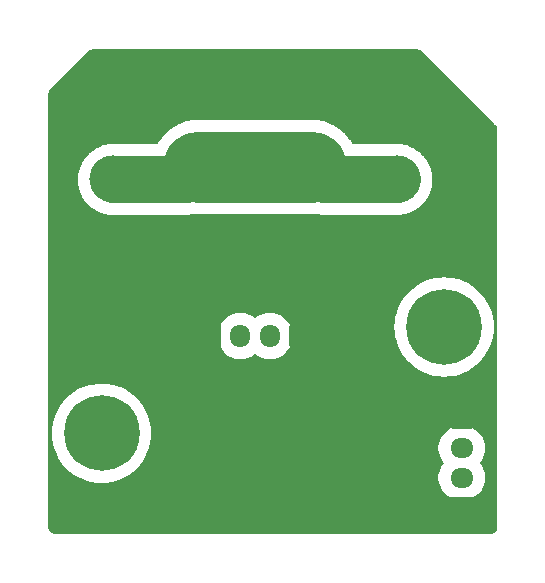
<source format=gbr>
%TF.GenerationSoftware,KiCad,Pcbnew,8.0.3*%
%TF.CreationDate,2024-06-18T01:58:16+08:00*%
%TF.ProjectId,power,706f7765-722e-46b6-9963-61645f706362,1.1.0*%
%TF.SameCoordinates,Original*%
%TF.FileFunction,Copper,L1,Top*%
%TF.FilePolarity,Positive*%
%FSLAX46Y46*%
G04 Gerber Fmt 4.6, Leading zero omitted, Abs format (unit mm)*
G04 Created by KiCad (PCBNEW 8.0.3) date 2024-06-18 01:58:16*
%MOMM*%
%LPD*%
G01*
G04 APERTURE LIST*
G04 Aperture macros list*
%AMRoundRect*
0 Rectangle with rounded corners*
0 $1 Rounding radius*
0 $2 $3 $4 $5 $6 $7 $8 $9 X,Y pos of 4 corners*
0 Add a 4 corners polygon primitive as box body*
4,1,4,$2,$3,$4,$5,$6,$7,$8,$9,$2,$3,0*
0 Add four circle primitives for the rounded corners*
1,1,$1+$1,$2,$3*
1,1,$1+$1,$4,$5*
1,1,$1+$1,$6,$7*
1,1,$1+$1,$8,$9*
0 Add four rect primitives between the rounded corners*
20,1,$1+$1,$2,$3,$4,$5,0*
20,1,$1+$1,$4,$5,$6,$7,0*
20,1,$1+$1,$6,$7,$8,$9,0*
20,1,$1+$1,$8,$9,$2,$3,0*%
G04 Aperture macros list end*
%TA.AperFunction,ComponentPad*%
%ADD10C,0.800000*%
%TD*%
%TA.AperFunction,ComponentPad*%
%ADD11C,6.400000*%
%TD*%
%TA.AperFunction,ComponentPad*%
%ADD12RoundRect,1.500000X1.500000X-1.500000X1.500000X1.500000X-1.500000X1.500000X-1.500000X-1.500000X0*%
%TD*%
%TA.AperFunction,ComponentPad*%
%ADD13C,6.000000*%
%TD*%
%TA.AperFunction,ComponentPad*%
%ADD14RoundRect,0.250000X-0.725000X0.600000X-0.725000X-0.600000X0.725000X-0.600000X0.725000X0.600000X0*%
%TD*%
%TA.AperFunction,ComponentPad*%
%ADD15O,1.950000X1.700000*%
%TD*%
%TA.AperFunction,ComponentPad*%
%ADD16RoundRect,0.250000X1.650000X-1.650000X1.650000X1.650000X-1.650000X1.650000X-1.650000X-1.650000X0*%
%TD*%
%TA.AperFunction,ComponentPad*%
%ADD17C,4.000000*%
%TD*%
%TA.AperFunction,ComponentPad*%
%ADD18RoundRect,0.250000X0.600000X0.725000X-0.600000X0.725000X-0.600000X-0.725000X0.600000X-0.725000X0*%
%TD*%
%TA.AperFunction,ComponentPad*%
%ADD19O,1.700000X1.950000*%
%TD*%
%TA.AperFunction,Conductor*%
%ADD20C,4.000000*%
%TD*%
%TA.AperFunction,Conductor*%
%ADD21C,6.000000*%
%TD*%
G04 APERTURE END LIST*
D10*
%TO.P,H3,1*%
%TO.N,N/C*%
X81600000Y-167000000D03*
X82302944Y-165302944D03*
X82302944Y-168697056D03*
X84000000Y-164600000D03*
D11*
X84000000Y-167000000D03*
D10*
X84000000Y-169400000D03*
X85697056Y-165302944D03*
X85697056Y-168697056D03*
X86400000Y-167000000D03*
%TD*%
D12*
%TO.P,J2,1,Pin_1*%
%TO.N,GND*%
X101745495Y-151633839D03*
D13*
%TO.P,J2,2,Pin_2*%
%TO.N,+12V*%
X101745495Y-144433839D03*
%TD*%
D10*
%TO.P,H4,1*%
%TO.N,N/C*%
X110600000Y-158000000D03*
X111302944Y-156302944D03*
X111302944Y-159697056D03*
X113000000Y-155600000D03*
D11*
X113000000Y-158000000D03*
D10*
X113000000Y-160400000D03*
X114697056Y-156302944D03*
X114697056Y-159697056D03*
X115400000Y-158000000D03*
%TD*%
D12*
%TO.P,J1,1,Pin_1*%
%TO.N,GND*%
X92245495Y-151633839D03*
D13*
%TO.P,J1,2,Pin_2*%
%TO.N,+12V*%
X92245495Y-144433839D03*
%TD*%
D14*
%TO.P,J5,1,Pin_1*%
%TO.N,GND*%
X114500000Y-165750000D03*
D15*
%TO.P,J5,2,Pin_2*%
%TO.N,+12V*%
X114500000Y-168250000D03*
%TO.P,J5,3,Pin_3*%
X114500000Y-170750000D03*
D14*
%TO.P,J5,4,Pin_4*%
%TO.N,GND*%
X114500000Y-173250000D03*
%TD*%
D16*
%TO.P,J3,1,Pin_1*%
%TO.N,GND*%
X85000000Y-150508839D03*
D17*
%TO.P,J3,2,Pin_2*%
%TO.N,+12V*%
X85000000Y-145508839D03*
%TD*%
D18*
%TO.P,J6,1,Pin_1*%
%TO.N,GND*%
X100750000Y-158750000D03*
D19*
%TO.P,J6,2,Pin_2*%
%TO.N,+12V*%
X98250000Y-158750000D03*
%TO.P,J6,3,Pin_3*%
X95750000Y-158750000D03*
D18*
%TO.P,J6,4,Pin_4*%
%TO.N,GND*%
X93250000Y-158750000D03*
%TD*%
D16*
%TO.P,J4,1,Pin_1*%
%TO.N,GND*%
X109000000Y-150508839D03*
D17*
%TO.P,J4,2,Pin_2*%
%TO.N,+12V*%
X109000000Y-145508839D03*
%TD*%
D20*
%TO.N,+12V*%
X91170495Y-145508839D02*
X92245495Y-144433839D01*
X109000000Y-145508839D02*
X102820495Y-145508839D01*
X85000000Y-145508839D02*
X91170495Y-145508839D01*
X102820495Y-145508839D02*
X101745495Y-144433839D01*
D21*
X92245495Y-144433839D02*
X101745495Y-144433839D01*
%TD*%
%TA.AperFunction,Conductor*%
%TO.N,GND*%
G36*
X110792860Y-134501097D02*
G01*
X110806623Y-134502452D01*
X110872097Y-134508901D01*
X110895927Y-134513640D01*
X110966268Y-134534978D01*
X110988716Y-134544277D01*
X111053535Y-134578923D01*
X111073745Y-134592427D01*
X111135270Y-134642918D01*
X111144287Y-134651091D01*
X117348888Y-140855692D01*
X117357052Y-140864698D01*
X117407574Y-140926259D01*
X117421070Y-140946458D01*
X117424801Y-140953437D01*
X117455718Y-141011281D01*
X117465018Y-141033736D01*
X117486353Y-141104066D01*
X117491096Y-141127907D01*
X117498903Y-141207165D01*
X117499500Y-141219320D01*
X117499500Y-174993038D01*
X117498720Y-175006923D01*
X117488540Y-175097264D01*
X117482362Y-175124333D01*
X117454648Y-175203537D01*
X117442600Y-175228555D01*
X117397957Y-175299604D01*
X117380644Y-175321313D01*
X117321313Y-175380644D01*
X117299604Y-175397957D01*
X117228555Y-175442600D01*
X117203537Y-175454648D01*
X117124333Y-175482362D01*
X117097264Y-175488540D01*
X117017075Y-175497576D01*
X117006921Y-175498720D01*
X116993038Y-175499500D01*
X80006962Y-175499500D01*
X79993078Y-175498720D01*
X79980553Y-175497308D01*
X79902735Y-175488540D01*
X79875666Y-175482362D01*
X79796462Y-175454648D01*
X79771444Y-175442600D01*
X79700395Y-175397957D01*
X79678686Y-175380644D01*
X79619355Y-175321313D01*
X79602042Y-175299604D01*
X79557399Y-175228555D01*
X79545351Y-175203537D01*
X79517637Y-175124333D01*
X79511459Y-175097263D01*
X79501280Y-175006922D01*
X79500500Y-174993038D01*
X79500500Y-167000000D01*
X79794434Y-167000000D01*
X79814685Y-167412218D01*
X79814685Y-167412223D01*
X79814686Y-167412227D01*
X79875244Y-167820471D01*
X79892212Y-167888211D01*
X79952454Y-168128711D01*
X79975527Y-168220821D01*
X80114555Y-168609379D01*
X80114562Y-168609395D01*
X80114564Y-168609400D01*
X80291022Y-168982490D01*
X80343601Y-169070212D01*
X80469518Y-169280293D01*
X80503200Y-169336487D01*
X80680454Y-169575487D01*
X80749058Y-169667988D01*
X81026215Y-169973784D01*
X81224943Y-170153900D01*
X81332017Y-170250946D01*
X81663513Y-170496800D01*
X82017510Y-170708978D01*
X82390600Y-170885436D01*
X82390609Y-170885439D01*
X82390620Y-170885444D01*
X82751738Y-171014654D01*
X82779189Y-171024476D01*
X83179535Y-171124757D01*
X83587782Y-171185315D01*
X84000000Y-171205566D01*
X84412218Y-171185315D01*
X84820465Y-171124757D01*
X85220811Y-171024476D01*
X85401380Y-170959866D01*
X85609379Y-170885444D01*
X85609385Y-170885441D01*
X85609400Y-170885436D01*
X85982490Y-170708978D01*
X86336487Y-170496800D01*
X86667983Y-170250946D01*
X86973784Y-169973784D01*
X87250946Y-169667983D01*
X87496800Y-169336487D01*
X87708978Y-168982490D01*
X87885436Y-168609400D01*
X88024476Y-168220811D01*
X88047546Y-168128711D01*
X112524500Y-168128711D01*
X112524500Y-168371288D01*
X112556161Y-168611785D01*
X112618947Y-168846104D01*
X112711773Y-169070205D01*
X112711776Y-169070212D01*
X112833064Y-169280289D01*
X112833066Y-169280292D01*
X112833067Y-169280293D01*
X112943731Y-169424514D01*
X112968925Y-169489683D01*
X112954887Y-169558128D01*
X112943731Y-169575486D01*
X112833067Y-169719706D01*
X112711777Y-169929785D01*
X112711773Y-169929794D01*
X112618947Y-170153895D01*
X112556161Y-170388214D01*
X112524500Y-170628711D01*
X112524500Y-170871288D01*
X112556161Y-171111785D01*
X112618947Y-171346104D01*
X112711773Y-171570205D01*
X112711776Y-171570212D01*
X112833064Y-171780289D01*
X112833066Y-171780292D01*
X112833067Y-171780293D01*
X112980733Y-171972736D01*
X112980739Y-171972743D01*
X113152256Y-172144260D01*
X113152262Y-172144265D01*
X113344711Y-172291936D01*
X113554788Y-172413224D01*
X113778900Y-172506054D01*
X114013211Y-172568838D01*
X114193586Y-172592584D01*
X114253711Y-172600500D01*
X114253712Y-172600500D01*
X114746289Y-172600500D01*
X114794388Y-172594167D01*
X114986789Y-172568838D01*
X115221100Y-172506054D01*
X115445212Y-172413224D01*
X115655289Y-172291936D01*
X115847738Y-172144265D01*
X116019265Y-171972738D01*
X116166936Y-171780289D01*
X116288224Y-171570212D01*
X116381054Y-171346100D01*
X116443838Y-171111789D01*
X116475500Y-170871288D01*
X116475500Y-170628712D01*
X116443838Y-170388211D01*
X116381054Y-170153900D01*
X116288224Y-169929788D01*
X116166936Y-169719711D01*
X116056266Y-169575483D01*
X116031074Y-169510317D01*
X116045112Y-169441873D01*
X116056261Y-169424523D01*
X116166936Y-169280289D01*
X116288224Y-169070212D01*
X116381054Y-168846100D01*
X116443838Y-168611789D01*
X116475500Y-168371288D01*
X116475500Y-168128712D01*
X116443838Y-167888211D01*
X116381054Y-167653900D01*
X116288224Y-167429788D01*
X116166936Y-167219711D01*
X116019265Y-167027262D01*
X116019260Y-167027256D01*
X115847743Y-166855739D01*
X115847736Y-166855733D01*
X115655293Y-166708067D01*
X115655292Y-166708066D01*
X115655289Y-166708064D01*
X115483661Y-166608974D01*
X115445214Y-166586777D01*
X115445205Y-166586773D01*
X115221104Y-166493947D01*
X114986785Y-166431161D01*
X114746289Y-166399500D01*
X114746288Y-166399500D01*
X114253712Y-166399500D01*
X114253711Y-166399500D01*
X114013214Y-166431161D01*
X113778895Y-166493947D01*
X113554794Y-166586773D01*
X113554785Y-166586777D01*
X113344706Y-166708067D01*
X113152263Y-166855733D01*
X113152256Y-166855739D01*
X112980739Y-167027256D01*
X112980733Y-167027263D01*
X112833067Y-167219706D01*
X112711777Y-167429785D01*
X112711773Y-167429794D01*
X112618947Y-167653895D01*
X112556161Y-167888214D01*
X112524500Y-168128711D01*
X88047546Y-168128711D01*
X88124757Y-167820465D01*
X88185315Y-167412218D01*
X88205566Y-167000000D01*
X88185315Y-166587782D01*
X88124757Y-166179535D01*
X88024476Y-165779189D01*
X88014654Y-165751738D01*
X87885444Y-165390620D01*
X87885437Y-165390604D01*
X87885436Y-165390600D01*
X87708978Y-165017510D01*
X87496800Y-164663513D01*
X87250946Y-164332017D01*
X87250941Y-164332011D01*
X86973784Y-164026215D01*
X86667988Y-163749058D01*
X86336484Y-163503198D01*
X85982493Y-163291024D01*
X85982494Y-163291024D01*
X85982490Y-163291022D01*
X85609400Y-163114564D01*
X85609396Y-163114562D01*
X85609395Y-163114562D01*
X85609379Y-163114555D01*
X85220821Y-162975527D01*
X85220815Y-162975525D01*
X85220811Y-162975524D01*
X85022205Y-162925776D01*
X84820471Y-162875244D01*
X84820466Y-162875243D01*
X84820465Y-162875243D01*
X84719577Y-162860277D01*
X84412227Y-162814686D01*
X84412223Y-162814685D01*
X84412218Y-162814685D01*
X84000000Y-162794434D01*
X83587782Y-162814685D01*
X83587776Y-162814685D01*
X83587772Y-162814686D01*
X83179528Y-162875244D01*
X82877316Y-162950944D01*
X82779189Y-162975524D01*
X82779186Y-162975524D01*
X82779178Y-162975527D01*
X82390620Y-163114555D01*
X82390604Y-163114562D01*
X82017506Y-163291024D01*
X81663515Y-163503198D01*
X81332011Y-163749058D01*
X81026215Y-164026215D01*
X80749058Y-164332011D01*
X80503198Y-164663515D01*
X80291024Y-165017506D01*
X80114562Y-165390604D01*
X80114555Y-165390620D01*
X79975527Y-165779178D01*
X79875244Y-166179528D01*
X79814835Y-166586773D01*
X79814685Y-166587782D01*
X79794434Y-167000000D01*
X79500500Y-167000000D01*
X79500500Y-158503711D01*
X93899500Y-158503711D01*
X93899500Y-158996288D01*
X93931161Y-159236785D01*
X93993947Y-159471104D01*
X94086773Y-159695205D01*
X94086776Y-159695212D01*
X94208064Y-159905289D01*
X94208066Y-159905292D01*
X94208067Y-159905293D01*
X94355733Y-160097736D01*
X94355739Y-160097743D01*
X94527256Y-160269260D01*
X94527263Y-160269266D01*
X94575485Y-160306268D01*
X94719711Y-160416936D01*
X94929788Y-160538224D01*
X95153900Y-160631054D01*
X95388211Y-160693838D01*
X95568586Y-160717584D01*
X95628711Y-160725500D01*
X95628712Y-160725500D01*
X95871289Y-160725500D01*
X95919388Y-160719167D01*
X96111789Y-160693838D01*
X96346100Y-160631054D01*
X96570212Y-160538224D01*
X96780289Y-160416936D01*
X96924516Y-160306266D01*
X96989683Y-160281074D01*
X97058127Y-160295112D01*
X97075476Y-160306261D01*
X97219711Y-160416936D01*
X97429788Y-160538224D01*
X97653900Y-160631054D01*
X97888211Y-160693838D01*
X98068586Y-160717584D01*
X98128711Y-160725500D01*
X98128712Y-160725500D01*
X98371289Y-160725500D01*
X98419388Y-160719167D01*
X98611789Y-160693838D01*
X98846100Y-160631054D01*
X99070212Y-160538224D01*
X99280289Y-160416936D01*
X99472738Y-160269265D01*
X99644265Y-160097738D01*
X99791936Y-159905289D01*
X99913224Y-159695212D01*
X100006054Y-159471100D01*
X100068838Y-159236789D01*
X100100500Y-158996288D01*
X100100500Y-158503712D01*
X100068838Y-158263211D01*
X100006054Y-158028900D01*
X99994083Y-158000000D01*
X108794434Y-158000000D01*
X108814685Y-158412218D01*
X108814685Y-158412223D01*
X108814686Y-158412227D01*
X108875244Y-158820471D01*
X108975527Y-159220821D01*
X109114555Y-159609379D01*
X109114562Y-159609395D01*
X109114564Y-159609400D01*
X109291022Y-159982490D01*
X109291024Y-159982493D01*
X109462908Y-160269265D01*
X109503200Y-160336487D01*
X109652818Y-160538224D01*
X109749058Y-160667988D01*
X110026215Y-160973784D01*
X110332011Y-161250941D01*
X110332017Y-161250946D01*
X110663513Y-161496800D01*
X111017510Y-161708978D01*
X111390600Y-161885436D01*
X111390609Y-161885439D01*
X111390620Y-161885444D01*
X111751738Y-162014654D01*
X111779189Y-162024476D01*
X112179535Y-162124757D01*
X112587782Y-162185315D01*
X113000000Y-162205566D01*
X113412218Y-162185315D01*
X113820465Y-162124757D01*
X114220811Y-162024476D01*
X114401380Y-161959866D01*
X114609379Y-161885444D01*
X114609385Y-161885441D01*
X114609400Y-161885436D01*
X114982490Y-161708978D01*
X115336487Y-161496800D01*
X115667983Y-161250946D01*
X115973784Y-160973784D01*
X116250946Y-160667983D01*
X116496800Y-160336487D01*
X116708978Y-159982490D01*
X116885436Y-159609400D01*
X117024476Y-159220811D01*
X117124757Y-158820465D01*
X117185315Y-158412218D01*
X117205566Y-158000000D01*
X117185315Y-157587782D01*
X117124757Y-157179535D01*
X117024476Y-156779189D01*
X117014654Y-156751738D01*
X116885444Y-156390620D01*
X116885437Y-156390604D01*
X116885436Y-156390600D01*
X116708978Y-156017510D01*
X116496800Y-155663513D01*
X116250946Y-155332017D01*
X116250941Y-155332011D01*
X115973784Y-155026215D01*
X115667988Y-154749058D01*
X115336484Y-154503198D01*
X114982493Y-154291024D01*
X114982494Y-154291024D01*
X114982490Y-154291022D01*
X114609400Y-154114564D01*
X114609396Y-154114562D01*
X114609395Y-154114562D01*
X114609379Y-154114555D01*
X114220821Y-153975527D01*
X114220815Y-153975525D01*
X114220811Y-153975524D01*
X114022205Y-153925776D01*
X113820471Y-153875244D01*
X113820466Y-153875243D01*
X113820465Y-153875243D01*
X113719577Y-153860277D01*
X113412227Y-153814686D01*
X113412223Y-153814685D01*
X113412218Y-153814685D01*
X113000000Y-153794434D01*
X112587782Y-153814685D01*
X112587776Y-153814685D01*
X112587772Y-153814686D01*
X112179528Y-153875244D01*
X111877316Y-153950944D01*
X111779189Y-153975524D01*
X111779186Y-153975524D01*
X111779178Y-153975527D01*
X111390620Y-154114555D01*
X111390604Y-154114562D01*
X111017506Y-154291024D01*
X110663515Y-154503198D01*
X110332011Y-154749058D01*
X110026215Y-155026215D01*
X109749058Y-155332011D01*
X109503198Y-155663515D01*
X109291024Y-156017506D01*
X109114562Y-156390604D01*
X109114555Y-156390620D01*
X108975527Y-156779178D01*
X108875244Y-157179528D01*
X108867648Y-157230739D01*
X108814685Y-157587782D01*
X108794434Y-158000000D01*
X99994083Y-158000000D01*
X99913224Y-157804788D01*
X99791936Y-157594711D01*
X99644265Y-157402262D01*
X99644260Y-157402256D01*
X99472743Y-157230739D01*
X99472736Y-157230733D01*
X99280293Y-157083067D01*
X99280292Y-157083066D01*
X99280289Y-157083064D01*
X99070212Y-156961776D01*
X99070205Y-156961773D01*
X98846104Y-156868947D01*
X98611785Y-156806161D01*
X98371289Y-156774500D01*
X98371288Y-156774500D01*
X98128712Y-156774500D01*
X98128711Y-156774500D01*
X97888214Y-156806161D01*
X97653895Y-156868947D01*
X97429794Y-156961773D01*
X97429785Y-156961777D01*
X97219706Y-157083067D01*
X97075486Y-157193731D01*
X97010317Y-157218925D01*
X96941872Y-157204887D01*
X96924514Y-157193731D01*
X96780293Y-157083067D01*
X96780292Y-157083066D01*
X96780289Y-157083064D01*
X96570212Y-156961776D01*
X96570205Y-156961773D01*
X96346104Y-156868947D01*
X96111785Y-156806161D01*
X95871289Y-156774500D01*
X95871288Y-156774500D01*
X95628712Y-156774500D01*
X95628711Y-156774500D01*
X95388214Y-156806161D01*
X95153895Y-156868947D01*
X94929794Y-156961773D01*
X94929785Y-156961777D01*
X94719706Y-157083067D01*
X94527263Y-157230733D01*
X94527256Y-157230739D01*
X94355739Y-157402256D01*
X94355733Y-157402263D01*
X94208067Y-157594706D01*
X94086777Y-157804785D01*
X94086773Y-157804794D01*
X93993947Y-158028895D01*
X93931161Y-158263214D01*
X93899500Y-158503711D01*
X79500500Y-158503711D01*
X79500500Y-145508835D01*
X81994415Y-145508835D01*
X81994415Y-145508842D01*
X81999290Y-145592537D01*
X81999500Y-145599747D01*
X81999500Y-145677349D01*
X82008914Y-145760902D01*
X82009484Y-145767573D01*
X82014738Y-145857763D01*
X82014740Y-145857782D01*
X82028167Y-145933932D01*
X82029271Y-145941578D01*
X82037230Y-146012219D01*
X82037234Y-146012237D01*
X82057388Y-146100544D01*
X82058613Y-146106602D01*
X82075429Y-146201968D01*
X82075433Y-146201984D01*
X82095748Y-146269844D01*
X82097848Y-146277812D01*
X82112224Y-146340794D01*
X82144289Y-146432433D01*
X82146037Y-146437822D01*
X82175673Y-146536809D01*
X82201161Y-146595898D01*
X82204343Y-146604055D01*
X82223526Y-146658877D01*
X82223534Y-146658898D01*
X82223535Y-146658901D01*
X82268463Y-146752195D01*
X82270601Y-146756881D01*
X82314102Y-146857725D01*
X82314115Y-146857750D01*
X82343031Y-146907836D01*
X82347362Y-146916030D01*
X82369755Y-146962528D01*
X82369756Y-146962530D01*
X82428318Y-147055729D01*
X82430711Y-147059701D01*
X82488870Y-147160436D01*
X82519533Y-147201623D01*
X82525063Y-147209698D01*
X82549051Y-147247874D01*
X82621723Y-147339002D01*
X82624240Y-147342268D01*
X82697586Y-147440790D01*
X82697590Y-147440795D01*
X82728367Y-147473417D01*
X82735108Y-147481184D01*
X82759175Y-147511362D01*
X82759181Y-147511368D01*
X82846184Y-147598371D01*
X82848697Y-147600958D01*
X82937442Y-147695022D01*
X82966825Y-147719677D01*
X82974789Y-147726976D01*
X82997477Y-147749664D01*
X83098772Y-147830444D01*
X83101165Y-147832402D01*
X83205186Y-147919686D01*
X83205190Y-147919689D01*
X83231787Y-147937182D01*
X83240956Y-147943832D01*
X83253991Y-147954227D01*
X83260962Y-147959786D01*
X83376178Y-148032181D01*
X83378345Y-148033575D01*
X83497207Y-148111752D01*
X83519839Y-148123117D01*
X83530155Y-148128931D01*
X83546314Y-148139085D01*
X83674825Y-148200972D01*
X83676529Y-148201809D01*
X83809549Y-148268616D01*
X83827223Y-148275048D01*
X83838624Y-148279853D01*
X83849949Y-148285308D01*
X83990786Y-148334589D01*
X83992007Y-148335025D01*
X84137989Y-148388158D01*
X84149966Y-148390996D01*
X84162311Y-148394608D01*
X84168046Y-148396615D01*
X84319668Y-148431221D01*
X84320662Y-148431451D01*
X84478086Y-148468762D01*
X84483843Y-148469434D01*
X84493176Y-148471041D01*
X84493179Y-148471024D01*
X84496612Y-148471607D01*
X84560172Y-148478767D01*
X84657900Y-148489779D01*
X84825241Y-148509339D01*
X84825249Y-148509339D01*
X91339003Y-148509339D01*
X91339003Y-148509338D01*
X91673889Y-148471606D01*
X91875465Y-148425597D01*
X91909127Y-148422638D01*
X91948105Y-148424553D01*
X91954117Y-148424996D01*
X92048963Y-148434339D01*
X92144230Y-148434339D01*
X92150313Y-148434487D01*
X92245495Y-148439164D01*
X92340676Y-148434487D01*
X92346760Y-148434339D01*
X101644230Y-148434339D01*
X101650313Y-148434487D01*
X101745495Y-148439164D01*
X101840676Y-148434487D01*
X101846760Y-148434339D01*
X101942022Y-148434339D01*
X101942027Y-148434339D01*
X102036874Y-148424996D01*
X102042880Y-148424553D01*
X102081860Y-148422638D01*
X102115522Y-148425597D01*
X102174962Y-148439164D01*
X102317101Y-148471606D01*
X102651986Y-148509338D01*
X102651987Y-148509339D01*
X102651990Y-148509339D01*
X109174752Y-148509339D01*
X109174759Y-148509339D01*
X109341980Y-148489792D01*
X109342193Y-148489768D01*
X109503394Y-148471606D01*
X109503413Y-148471601D01*
X109506830Y-148471022D01*
X109506832Y-148471039D01*
X109516153Y-148469434D01*
X109521914Y-148468762D01*
X109679615Y-148431385D01*
X109679873Y-148431325D01*
X109831954Y-148396615D01*
X109837668Y-148394614D01*
X109850037Y-148390995D01*
X109862011Y-148388158D01*
X110008018Y-148335015D01*
X110009227Y-148334584D01*
X110150051Y-148285308D01*
X110161372Y-148279855D01*
X110172765Y-148275052D01*
X110190451Y-148268616D01*
X110323527Y-148201780D01*
X110325115Y-148200999D01*
X110453686Y-148139085D01*
X110469850Y-148128927D01*
X110480147Y-148123124D01*
X110502793Y-148111752D01*
X110621717Y-148033533D01*
X110623843Y-148032167D01*
X110624393Y-148031820D01*
X110739039Y-147959785D01*
X110759036Y-147943836D01*
X110768205Y-147937185D01*
X110794811Y-147919688D01*
X110898891Y-147832353D01*
X110901180Y-147830481D01*
X111002523Y-147749664D01*
X111025212Y-147726973D01*
X111033177Y-147719674D01*
X111062558Y-147695022D01*
X111151334Y-147600923D01*
X111153780Y-147598405D01*
X111240825Y-147511362D01*
X111264895Y-147481177D01*
X111271633Y-147473414D01*
X111302412Y-147440792D01*
X111375788Y-147342228D01*
X111378258Y-147339023D01*
X111450946Y-147247878D01*
X111474944Y-147209683D01*
X111480452Y-147201640D01*
X111511130Y-147160435D01*
X111569312Y-147059657D01*
X111571657Y-147055765D01*
X111630246Y-146962525D01*
X111652641Y-146916019D01*
X111656952Y-146907861D01*
X111685889Y-146857743D01*
X111729388Y-146756901D01*
X111731527Y-146752212D01*
X111731535Y-146752195D01*
X111776469Y-146658890D01*
X111795659Y-146604043D01*
X111798837Y-146595898D01*
X111824326Y-146536810D01*
X111853968Y-146437794D01*
X111855690Y-146432485D01*
X111887776Y-146340793D01*
X111902156Y-146277787D01*
X111904249Y-146269848D01*
X111924565Y-146201988D01*
X111924566Y-146201984D01*
X111924569Y-146201975D01*
X111941386Y-146106602D01*
X111942608Y-146100554D01*
X111962767Y-146012233D01*
X111970732Y-145941535D01*
X111971823Y-145933979D01*
X111985262Y-145857766D01*
X111990515Y-145767573D01*
X111991084Y-145760906D01*
X112000500Y-145677345D01*
X112000500Y-145599747D01*
X112000710Y-145592537D01*
X112005585Y-145508842D01*
X112005585Y-145508835D01*
X112000710Y-145425139D01*
X112000500Y-145417929D01*
X112000500Y-145340332D01*
X111991084Y-145256773D01*
X111990514Y-145250097D01*
X111985262Y-145159912D01*
X111971829Y-145083733D01*
X111970727Y-145076092D01*
X111962769Y-145005458D01*
X111962767Y-145005449D01*
X111962767Y-145005445D01*
X111942597Y-144917075D01*
X111941385Y-144911075D01*
X111932451Y-144860406D01*
X111924573Y-144815722D01*
X111924571Y-144815714D01*
X111924569Y-144815703D01*
X111904246Y-144747822D01*
X111902148Y-144739855D01*
X111887777Y-144676888D01*
X111887776Y-144676885D01*
X111855695Y-144585204D01*
X111853968Y-144579882D01*
X111824326Y-144480868D01*
X111798837Y-144421779D01*
X111795669Y-144413661D01*
X111776469Y-144358788D01*
X111731515Y-144265440D01*
X111729392Y-144260786D01*
X111685892Y-144159943D01*
X111685889Y-144159935D01*
X111656963Y-144109833D01*
X111652634Y-144101643D01*
X111630249Y-144055160D01*
X111630246Y-144055153D01*
X111630240Y-144055143D01*
X111630240Y-144055142D01*
X111571685Y-143961955D01*
X111569291Y-143957982D01*
X111569288Y-143957976D01*
X111511130Y-143857243D01*
X111480459Y-143816045D01*
X111474930Y-143807971D01*
X111450946Y-143769800D01*
X111378275Y-143678674D01*
X111375763Y-143675414D01*
X111302409Y-143576882D01*
X111271632Y-143544260D01*
X111264880Y-143536480D01*
X111240825Y-143506316D01*
X111153814Y-143419305D01*
X111151301Y-143416718D01*
X111062558Y-143322656D01*
X111033184Y-143298008D01*
X111025210Y-143290701D01*
X111002522Y-143268013D01*
X110901226Y-143187232D01*
X110898865Y-143185301D01*
X110794811Y-143097990D01*
X110794808Y-143097988D01*
X110794807Y-143097987D01*
X110768211Y-143080494D01*
X110759044Y-143073845D01*
X110739042Y-143057895D01*
X110739041Y-143057894D01*
X110623865Y-142985524D01*
X110623789Y-142985476D01*
X110621699Y-142984132D01*
X110502793Y-142905926D01*
X110480152Y-142894555D01*
X110469844Y-142888745D01*
X110453688Y-142878594D01*
X110453680Y-142878589D01*
X110325247Y-142816740D01*
X110323396Y-142815830D01*
X110190460Y-142749066D01*
X110190453Y-142749063D01*
X110190452Y-142749062D01*
X110190451Y-142749062D01*
X110172767Y-142742626D01*
X110161380Y-142737825D01*
X110150070Y-142732378D01*
X110150039Y-142732365D01*
X110009371Y-142683143D01*
X110007916Y-142682624D01*
X109862012Y-142629520D01*
X109850037Y-142626682D01*
X109837681Y-142623067D01*
X109831954Y-142621063D01*
X109831951Y-142621062D01*
X109680304Y-142586449D01*
X109679302Y-142586216D01*
X109521927Y-142548918D01*
X109521915Y-142548916D01*
X109520394Y-142548738D01*
X109516140Y-142548240D01*
X109506823Y-142546637D01*
X109506821Y-142546654D01*
X109503391Y-142546071D01*
X109342509Y-142527944D01*
X109341998Y-142527886D01*
X109309817Y-142524124D01*
X109174759Y-142508339D01*
X109174752Y-142508339D01*
X105326736Y-142508339D01*
X105259697Y-142488654D01*
X105217378Y-142442793D01*
X105180977Y-142374690D01*
X105128006Y-142295415D01*
X105124800Y-142290350D01*
X105075801Y-142208600D01*
X105019034Y-142132059D01*
X105015533Y-142127086D01*
X104962604Y-142047871D01*
X104962600Y-142047866D01*
X104902152Y-141974210D01*
X104898408Y-141969412D01*
X104841654Y-141892888D01*
X104777663Y-141822285D01*
X104773688Y-141817677D01*
X104756653Y-141796920D01*
X104713245Y-141744027D01*
X104645843Y-141676625D01*
X104641666Y-141672237D01*
X104577687Y-141601646D01*
X104507095Y-141537666D01*
X104502699Y-141533481D01*
X104435307Y-141466089D01*
X104361649Y-141405640D01*
X104357046Y-141401669D01*
X104286444Y-141337679D01*
X104209922Y-141280926D01*
X104205125Y-141277183D01*
X104131465Y-141216732D01*
X104131460Y-141216729D01*
X104052245Y-141163799D01*
X104047270Y-141160295D01*
X103970737Y-141103534D01*
X103917326Y-141071521D01*
X103889004Y-141054546D01*
X103883889Y-141051306D01*
X103804644Y-140998357D01*
X103804639Y-140998354D01*
X103804632Y-140998350D01*
X103749277Y-140968763D01*
X103720594Y-140953431D01*
X103715319Y-140950443D01*
X103664259Y-140919839D01*
X103633595Y-140901459D01*
X103607600Y-140889164D01*
X103547434Y-140860708D01*
X103542030Y-140857987D01*
X103537736Y-140855692D01*
X103457992Y-140813068D01*
X103409552Y-140793003D01*
X103369973Y-140776609D01*
X103364410Y-140774143D01*
X103278275Y-140733405D01*
X103278265Y-140733400D01*
X103249273Y-140723027D01*
X103188538Y-140701295D01*
X103182882Y-140699113D01*
X103094849Y-140662649D01*
X103094843Y-140662647D01*
X103003672Y-140634990D01*
X102997895Y-140633082D01*
X102908177Y-140600981D01*
X102908175Y-140600980D01*
X102815749Y-140577828D01*
X102809886Y-140576206D01*
X102718711Y-140548549D01*
X102625270Y-140529962D01*
X102619334Y-140528629D01*
X102526905Y-140505476D01*
X102432622Y-140491490D01*
X102426628Y-140490450D01*
X102401643Y-140485480D01*
X102333198Y-140471866D01*
X102333196Y-140471865D01*
X102333187Y-140471864D01*
X102238383Y-140462527D01*
X102232343Y-140461782D01*
X102138096Y-140447802D01*
X102138091Y-140447801D01*
X102138086Y-140447801D01*
X102042907Y-140443125D01*
X102036838Y-140442677D01*
X101942027Y-140433339D01*
X101942024Y-140433339D01*
X101846760Y-140433339D01*
X101840676Y-140433190D01*
X101745495Y-140428514D01*
X101650314Y-140433190D01*
X101644230Y-140433339D01*
X92346760Y-140433339D01*
X92340676Y-140433190D01*
X92245495Y-140428514D01*
X92150314Y-140433190D01*
X92144230Y-140433339D01*
X92048963Y-140433339D01*
X91999796Y-140438181D01*
X91954149Y-140442677D01*
X91948081Y-140443125D01*
X91852904Y-140447801D01*
X91852899Y-140447801D01*
X91852893Y-140447802D01*
X91758648Y-140461782D01*
X91752608Y-140462527D01*
X91657803Y-140471864D01*
X91657793Y-140471865D01*
X91657792Y-140471866D01*
X91646524Y-140474107D01*
X91564339Y-140490453D01*
X91558347Y-140491493D01*
X91464084Y-140505476D01*
X91371653Y-140528629D01*
X91365718Y-140529962D01*
X91297130Y-140543605D01*
X91272280Y-140548549D01*
X91272278Y-140548549D01*
X91272276Y-140548550D01*
X91181101Y-140576206D01*
X91175240Y-140577828D01*
X91082810Y-140600982D01*
X91082805Y-140600983D01*
X90993080Y-140633086D01*
X90987304Y-140634994D01*
X90896146Y-140662647D01*
X90896140Y-140662649D01*
X90808120Y-140699108D01*
X90802443Y-140701298D01*
X90712737Y-140733395D01*
X90712719Y-140733402D01*
X90626586Y-140774140D01*
X90621025Y-140776605D01*
X90532998Y-140813068D01*
X90490997Y-140835517D01*
X90448956Y-140857988D01*
X90443524Y-140860722D01*
X90357393Y-140901460D01*
X90275680Y-140950436D01*
X90270388Y-140953434D01*
X90186348Y-140998355D01*
X90107107Y-141051302D01*
X90101979Y-141054549D01*
X90060761Y-141079254D01*
X90020257Y-141103532D01*
X90020254Y-141103534D01*
X89943736Y-141160283D01*
X89938763Y-141163785D01*
X89859535Y-141216725D01*
X89859524Y-141216733D01*
X89785873Y-141277176D01*
X89781077Y-141280919D01*
X89704540Y-141337683D01*
X89633949Y-141401663D01*
X89629343Y-141405636D01*
X89555684Y-141466087D01*
X89488288Y-141533481D01*
X89483884Y-141537675D01*
X89413303Y-141601647D01*
X89349331Y-141672228D01*
X89345137Y-141676632D01*
X89277743Y-141744028D01*
X89217292Y-141817687D01*
X89213319Y-141822293D01*
X89149339Y-141892884D01*
X89092575Y-141969421D01*
X89088832Y-141974217D01*
X89028389Y-142047868D01*
X89028381Y-142047879D01*
X88975441Y-142127107D01*
X88971939Y-142132080D01*
X88915190Y-142208598D01*
X88915188Y-142208601D01*
X88866213Y-142290311D01*
X88862958Y-142295451D01*
X88862954Y-142295458D01*
X88810013Y-142374690D01*
X88773612Y-142442792D01*
X88773611Y-142442793D01*
X88724648Y-142492637D01*
X88664253Y-142508339D01*
X85174759Y-142508339D01*
X84825241Y-142508339D01*
X84738006Y-142518535D01*
X84657999Y-142527886D01*
X84657489Y-142527944D01*
X84496603Y-142546071D01*
X84493170Y-142546655D01*
X84493167Y-142546639D01*
X84483854Y-142548241D01*
X84478097Y-142548914D01*
X84478089Y-142548915D01*
X84320697Y-142586216D01*
X84319695Y-142586449D01*
X84168042Y-142621063D01*
X84162310Y-142623069D01*
X84149974Y-142626678D01*
X84137998Y-142629517D01*
X84137979Y-142629522D01*
X83992081Y-142682624D01*
X83990628Y-142683143D01*
X83849950Y-142732369D01*
X83849940Y-142732373D01*
X83838624Y-142737823D01*
X83827243Y-142742621D01*
X83809542Y-142749064D01*
X83809541Y-142749065D01*
X83676624Y-142815819D01*
X83674775Y-142816729D01*
X83546311Y-142878593D01*
X83530162Y-142888741D01*
X83519847Y-142894555D01*
X83497203Y-142905928D01*
X83378297Y-142984132D01*
X83376132Y-142985524D01*
X83260961Y-143057892D01*
X83240954Y-143073846D01*
X83231790Y-143080492D01*
X83205188Y-143097989D01*
X83101164Y-143185275D01*
X83098773Y-143187231D01*
X82997478Y-143268012D01*
X82997476Y-143268014D01*
X82974777Y-143290711D01*
X82966810Y-143298012D01*
X82937446Y-143322652D01*
X82848696Y-143416719D01*
X82846186Y-143419303D01*
X82759170Y-143506321D01*
X82735115Y-143536485D01*
X82728366Y-143544262D01*
X82697584Y-143576890D01*
X82697582Y-143576892D01*
X82624228Y-143675424D01*
X82621712Y-143678688D01*
X82549059Y-143769792D01*
X82549049Y-143769806D01*
X82525066Y-143807974D01*
X82519539Y-143816045D01*
X82488871Y-143857240D01*
X82430711Y-143957976D01*
X82428318Y-143961946D01*
X82369759Y-144055143D01*
X82369750Y-144055160D01*
X82347362Y-144101647D01*
X82343031Y-144109841D01*
X82314112Y-144159932D01*
X82314107Y-144159941D01*
X82270619Y-144260756D01*
X82268482Y-144265440D01*
X82223532Y-144358783D01*
X82223532Y-144358784D01*
X82204342Y-144413626D01*
X82201160Y-144421783D01*
X82175674Y-144480866D01*
X82146037Y-144579856D01*
X82144289Y-144585243D01*
X82112222Y-144676887D01*
X82097845Y-144739873D01*
X82095747Y-144747838D01*
X82075429Y-144815708D01*
X82058613Y-144911075D01*
X82057389Y-144917131D01*
X82037231Y-145005453D01*
X82037230Y-145005458D01*
X82029271Y-145076098D01*
X82028167Y-145083744D01*
X82014740Y-145159895D01*
X82014738Y-145159914D01*
X82009484Y-145250104D01*
X82008914Y-145256775D01*
X81999500Y-145340328D01*
X81999500Y-145417929D01*
X81999290Y-145425139D01*
X81994415Y-145508835D01*
X79500500Y-145508835D01*
X79500500Y-138219292D01*
X79501097Y-138207139D01*
X79501417Y-138203879D01*
X79508901Y-138127900D01*
X79513640Y-138104074D01*
X79534979Y-138033727D01*
X79544275Y-138011286D01*
X79578929Y-137946453D01*
X79592422Y-137926259D01*
X79642928Y-137864716D01*
X79651081Y-137855721D01*
X82855704Y-134651099D01*
X82864699Y-134642946D01*
X82926261Y-134592423D01*
X82946450Y-134578933D01*
X83011285Y-134544278D01*
X83033736Y-134534981D01*
X83086838Y-134518872D01*
X83104067Y-134513645D01*
X83127900Y-134508904D01*
X83207171Y-134501096D01*
X83219321Y-134500500D01*
X83279092Y-134500500D01*
X110720908Y-134500500D01*
X110780707Y-134500500D01*
X110792860Y-134501097D01*
G37*
%TD.AperFunction*%
%TD*%
M02*

</source>
